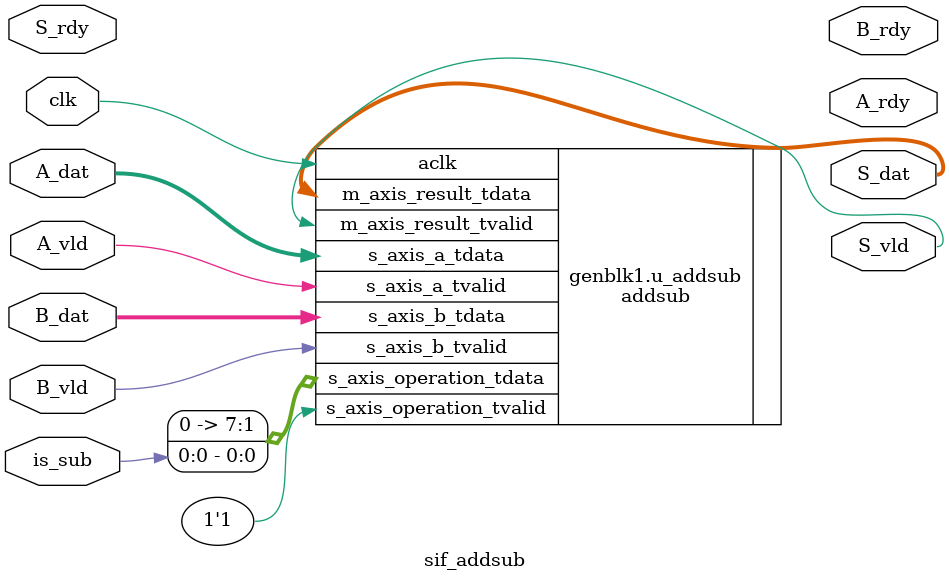
<source format=sv>
`timescale 1ns / 1ps


module sif_addsub
	#(
		parameter WIDTH = 32
  )
  (
    input                       clk,
    input                       is_sub,
    input                       A_vld,
    input   [WIDTH-1:0]       A_dat,
    output                      A_rdy,
    input                       B_vld,
    input   [WIDTH-1:0]       B_dat,
    output                      B_rdy,
    output                      S_vld,
    output  [WIDTH-1:0]       S_dat,
    input                       S_rdy
  );

  // get output
  generate
    if(WIDTH == 32)  
    begin
      addsub u_addsub (
        .aclk(clk),                                  // input wire aclk
        .s_axis_a_tvalid(A_vld),            // input wire s_axis_a_tvalid
        //.s_axis_a_tready(A_rdy),            // output wire s_axis_a_tready
        .s_axis_a_tdata(A_dat),              // input wire [31 : 0] s_axis_a_tdata
        .s_axis_b_tvalid(B_vld),            // input wire s_axis_b_tvalid
        //.s_axis_b_tready(B_rdy),            // output wire s_axis_b_tready
        .s_axis_b_tdata(B_dat),              // input wire [31 : 0] s_axis_b_tdata
        .s_axis_operation_tvalid(1'b1),  // input wire s_axis_operation_tvalid
        //.s_axis_operation_tready(),  // output wire s_axis_operation_tready
        .s_axis_operation_tdata({{7{1'b0}}, is_sub}),    // input wire [7 : 0] s_axis_operation_tdata
        .m_axis_result_tvalid(S_vld),  // output wire m_axis_result_tvalid
        //.m_axis_result_tready(S_rdy),  // input wire m_axis_result_tready
        .m_axis_result_tdata(S_dat)    // output wire [31 : 0] m_axis_result_tdata
      );    
    end
    else if(WIDTH == 16)  
    begin
      addsub_fp16 u_addsub_16fp (
        .aclk(clk),                                  // input wire aclk
        .s_axis_a_tvalid(A_vld),            // input wire s_axis_a_tvalid
        //.s_axis_a_tready(A_rdy),            // output wire s_axis_a_tready
        .s_axis_a_tdata(A_dat),              // input wire [31 : 0] s_axis_a_tdata
        .s_axis_b_tvalid(B_vld),            // input wire s_axis_b_tvalid
        //.s_axis_b_tready(B_rdy),            // output wire s_axis_b_tready
        .s_axis_b_tdata(B_dat),              // input wire [31 : 0] s_axis_b_tdata
        .s_axis_operation_tvalid(1'b1),  // input wire s_axis_operation_tvalid
        //.s_axis_operation_tready(),  // output wire s_axis_operation_tready
        .s_axis_operation_tdata({{7{1'b0}}, is_sub}),    // input wire [7 : 0] s_axis_operation_tdata
        .m_axis_result_tvalid(S_vld),  // output wire m_axis_result_tvalid
        //.m_axis_result_tready(S_rdy),  // input wire m_axis_result_tready
        .m_axis_result_tdata(S_dat)    // output wire [31 : 0] m_axis_result_tdata
      );    
    end
  endgenerate 

endmodule
</source>
